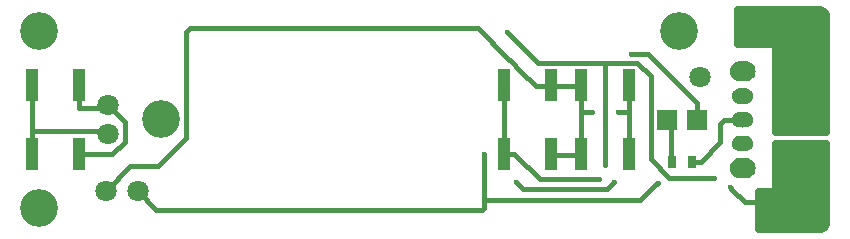
<source format=gbr>
G04 #@! TF.GenerationSoftware,KiCad,Pcbnew,5.1.0-unknown-9e240db~82~ubuntu18.04.1*
G04 #@! TF.CreationDate,2019-04-19T11:16:57+02:00*
G04 #@! TF.ProjectId,VoltMax PWM Board A,566f6c74-4d61-4782-9050-574d20426f61,rev?*
G04 #@! TF.SameCoordinates,Original*
G04 #@! TF.FileFunction,Copper,L1,Top*
G04 #@! TF.FilePolarity,Positive*
%FSLAX46Y46*%
G04 Gerber Fmt 4.6, Leading zero omitted, Abs format (unit mm)*
G04 Created by KiCad (PCBNEW 5.1.0-unknown-9e240db~82~ubuntu18.04.1) date 2019-04-19 11:16:57*
%MOMM*%
%LPD*%
G04 APERTURE LIST*
%ADD10C,0.100000*%
%ADD11C,1.700000*%
%ADD12C,1.300000*%
%ADD13C,4.000000*%
%ADD14C,3.200000*%
%ADD15R,1.800000X1.800000*%
%ADD16C,1.800000*%
%ADD17R,0.670000X1.000000*%
%ADD18R,1.000000X2.800000*%
%ADD19C,0.400000*%
%ADD20C,0.400000*%
%ADD21C,0.500000*%
G04 APERTURE END LIST*
D10*
G36*
X176980000Y-105089000D02*
G01*
X177113000Y-105079000D01*
X177242000Y-105047000D01*
X177365000Y-104996000D01*
X177479000Y-104927000D01*
X177580000Y-104840000D01*
X177667000Y-104739000D01*
X177736000Y-104625000D01*
X177787000Y-104502000D01*
X177819000Y-104373000D01*
X177829000Y-104240000D01*
X177819000Y-104107000D01*
X177787000Y-103978000D01*
X177736000Y-103855000D01*
X177667000Y-103741000D01*
X177580000Y-103640000D01*
X177479000Y-103553000D01*
X177365000Y-103484000D01*
X177242000Y-103433000D01*
X177113000Y-103401000D01*
X176980000Y-103391000D01*
X176480000Y-103391000D01*
X176347000Y-103401000D01*
X176218000Y-103433000D01*
X176095000Y-103484000D01*
X175981000Y-103553000D01*
X175880000Y-103640000D01*
X175793000Y-103741000D01*
X175724000Y-103855000D01*
X175673000Y-103978000D01*
X175641000Y-104107000D01*
X175631000Y-104240000D01*
X175641000Y-104373000D01*
X175673000Y-104502000D01*
X175724000Y-104625000D01*
X175793000Y-104739000D01*
X175880000Y-104840000D01*
X175981000Y-104927000D01*
X176095000Y-104996000D01*
X176218000Y-105047000D01*
X176347000Y-105079000D01*
X176480000Y-105089000D01*
X176980000Y-105089000D01*
G37*
G36*
X176980000Y-96889000D02*
G01*
X177113000Y-96879000D01*
X177242000Y-96847000D01*
X177365000Y-96796000D01*
X177479000Y-96727000D01*
X177580000Y-96640000D01*
X177667000Y-96539000D01*
X177736000Y-96425000D01*
X177787000Y-96302000D01*
X177819000Y-96173000D01*
X177829000Y-96040000D01*
X177819000Y-95907000D01*
X177787000Y-95778000D01*
X177736000Y-95655000D01*
X177667000Y-95541000D01*
X177580000Y-95440000D01*
X177479000Y-95353000D01*
X177365000Y-95284000D01*
X177242000Y-95233000D01*
X177113000Y-95201000D01*
X176980000Y-95191000D01*
X176480000Y-95191000D01*
X176347000Y-95201000D01*
X176218000Y-95233000D01*
X176095000Y-95284000D01*
X175981000Y-95353000D01*
X175880000Y-95440000D01*
X175793000Y-95541000D01*
X175724000Y-95655000D01*
X175673000Y-95778000D01*
X175641000Y-95907000D01*
X175631000Y-96040000D01*
X175641000Y-96173000D01*
X175673000Y-96302000D01*
X175724000Y-96425000D01*
X175793000Y-96539000D01*
X175880000Y-96640000D01*
X175981000Y-96727000D01*
X176095000Y-96796000D01*
X176218000Y-96847000D01*
X176347000Y-96879000D01*
X176480000Y-96889000D01*
X176980000Y-96889000D01*
G37*
G36*
X176980000Y-102789000D02*
G01*
X177082000Y-102781000D01*
X177181000Y-102757000D01*
X177275000Y-102718000D01*
X177361000Y-102665000D01*
X177439000Y-102599000D01*
X177505000Y-102521000D01*
X177558000Y-102435000D01*
X177597000Y-102341000D01*
X177621000Y-102242000D01*
X177629000Y-102140000D01*
X177621000Y-102038000D01*
X177597000Y-101939000D01*
X177558000Y-101845000D01*
X177505000Y-101759000D01*
X177439000Y-101681000D01*
X177361000Y-101615000D01*
X177275000Y-101562000D01*
X177181000Y-101523000D01*
X177082000Y-101499000D01*
X176980000Y-101491000D01*
X176480000Y-101491000D01*
X176378000Y-101499000D01*
X176279000Y-101523000D01*
X176185000Y-101562000D01*
X176099000Y-101615000D01*
X176021000Y-101681000D01*
X175955000Y-101759000D01*
X175902000Y-101845000D01*
X175863000Y-101939000D01*
X175839000Y-102038000D01*
X175831000Y-102140000D01*
X175839000Y-102242000D01*
X175863000Y-102341000D01*
X175902000Y-102435000D01*
X175955000Y-102521000D01*
X176021000Y-102599000D01*
X176099000Y-102665000D01*
X176185000Y-102718000D01*
X176279000Y-102757000D01*
X176378000Y-102781000D01*
X176480000Y-102789000D01*
X176980000Y-102789000D01*
G37*
G36*
X176980000Y-100789000D02*
G01*
X177082000Y-100781000D01*
X177181000Y-100757000D01*
X177275000Y-100718000D01*
X177361000Y-100665000D01*
X177439000Y-100599000D01*
X177505000Y-100521000D01*
X177558000Y-100435000D01*
X177597000Y-100341000D01*
X177621000Y-100242000D01*
X177629000Y-100140000D01*
X177621000Y-100038000D01*
X177597000Y-99939000D01*
X177558000Y-99845000D01*
X177505000Y-99759000D01*
X177439000Y-99681000D01*
X177361000Y-99615000D01*
X177275000Y-99562000D01*
X177181000Y-99523000D01*
X177082000Y-99499000D01*
X176980000Y-99491000D01*
X176480000Y-99491000D01*
X176378000Y-99499000D01*
X176279000Y-99523000D01*
X176185000Y-99562000D01*
X176099000Y-99615000D01*
X176021000Y-99681000D01*
X175955000Y-99759000D01*
X175902000Y-99845000D01*
X175863000Y-99939000D01*
X175839000Y-100038000D01*
X175831000Y-100140000D01*
X175839000Y-100242000D01*
X175863000Y-100341000D01*
X175902000Y-100435000D01*
X175955000Y-100521000D01*
X176021000Y-100599000D01*
X176099000Y-100665000D01*
X176185000Y-100718000D01*
X176279000Y-100757000D01*
X176378000Y-100781000D01*
X176480000Y-100789000D01*
X176980000Y-100789000D01*
G37*
G36*
X176980000Y-98789000D02*
G01*
X177082000Y-98781000D01*
X177181000Y-98757000D01*
X177275000Y-98718000D01*
X177361000Y-98665000D01*
X177439000Y-98599000D01*
X177505000Y-98521000D01*
X177558000Y-98435000D01*
X177597000Y-98341000D01*
X177621000Y-98242000D01*
X177629000Y-98140000D01*
X177621000Y-98038000D01*
X177597000Y-97939000D01*
X177558000Y-97845000D01*
X177505000Y-97759000D01*
X177439000Y-97681000D01*
X177361000Y-97615000D01*
X177275000Y-97562000D01*
X177181000Y-97523000D01*
X177082000Y-97499000D01*
X176980000Y-97491000D01*
X176480000Y-97491000D01*
X176378000Y-97499000D01*
X176279000Y-97523000D01*
X176185000Y-97562000D01*
X176099000Y-97615000D01*
X176021000Y-97681000D01*
X175955000Y-97759000D01*
X175902000Y-97845000D01*
X175863000Y-97939000D01*
X175839000Y-98038000D01*
X175831000Y-98140000D01*
X175839000Y-98242000D01*
X175863000Y-98341000D01*
X175902000Y-98435000D01*
X175955000Y-98521000D01*
X176021000Y-98599000D01*
X176099000Y-98665000D01*
X176185000Y-98718000D01*
X176279000Y-98757000D01*
X176378000Y-98781000D01*
X176480000Y-98789000D01*
X176980000Y-98789000D01*
G37*
D11*
X176730000Y-104240000D03*
X176730000Y-96040000D03*
D12*
X176730000Y-102140000D03*
X176730000Y-100140000D03*
X176730000Y-98140000D03*
D13*
X181600000Y-93090000D03*
X181600000Y-107220000D03*
D14*
X117169000Y-107644000D03*
X117169000Y-92643600D03*
X171309000Y-92643600D03*
X127515000Y-100115000D03*
D15*
X170340000Y-100144000D03*
X172880000Y-100144000D03*
D16*
X173100000Y-96500000D03*
X123000000Y-101400000D03*
X122980000Y-98910000D03*
D17*
X172475000Y-103700000D03*
X170725000Y-103700000D03*
D16*
X122800000Y-106200000D03*
X125500000Y-106200000D03*
D18*
X120523000Y-97244000D03*
X120523000Y-103044000D03*
X116523000Y-97244000D03*
X116523000Y-103044000D03*
X160510000Y-97250000D03*
X160510000Y-103050000D03*
X156510000Y-97250000D03*
X156510000Y-103050000D03*
X167070000Y-97250000D03*
X167070000Y-103050000D03*
X163070000Y-97250000D03*
X163070000Y-103050000D03*
D19*
X166200000Y-99500000D03*
X167316200Y-94592000D03*
X161571400Y-103161200D03*
X179500000Y-109200000D03*
X178100000Y-109200000D03*
X178800000Y-109200000D03*
X178800000Y-108500000D03*
X178100000Y-108500000D03*
X178100000Y-107800000D03*
X178800000Y-107800000D03*
X178100000Y-107100000D03*
X178800000Y-107100000D03*
X178800000Y-106400000D03*
X183800000Y-105000000D03*
X179600000Y-105000000D03*
X179600000Y-104300000D03*
X180300000Y-104300000D03*
X183800000Y-104300000D03*
X183100000Y-104300000D03*
X181700000Y-104300000D03*
X181000000Y-104300000D03*
X182400000Y-104300000D03*
X183100000Y-103600000D03*
X181000000Y-103600000D03*
X181700000Y-103600000D03*
X182400000Y-103600000D03*
X183800000Y-103600000D03*
X182400000Y-102900000D03*
X181000000Y-102900000D03*
X183800000Y-102900000D03*
X181700000Y-102900000D03*
X183100000Y-102900000D03*
X183800000Y-102200000D03*
X183100000Y-102200000D03*
X182400000Y-102200000D03*
X181700000Y-102200000D03*
X181000000Y-102200000D03*
X178100000Y-106400000D03*
X175634150Y-105865850D03*
X157100004Y-95199996D03*
X164000000Y-99500000D03*
X164599982Y-105199979D03*
X179600000Y-95400000D03*
X183800000Y-95400000D03*
X183800000Y-96100000D03*
X183100000Y-96100000D03*
X182400000Y-96100000D03*
X183100000Y-96800000D03*
X182400000Y-96800000D03*
X183800000Y-96800000D03*
X183100000Y-97500000D03*
X183800000Y-97500000D03*
X182400000Y-97500000D03*
X182400000Y-98200000D03*
X182400000Y-98900000D03*
X183800000Y-98200000D03*
X183800000Y-100300000D03*
X183800000Y-99600000D03*
X183800000Y-98900000D03*
X183800000Y-101000000D03*
X180300000Y-101000000D03*
X183100000Y-100300000D03*
X181000000Y-101000000D03*
X182400000Y-100300000D03*
X181000000Y-100300000D03*
X181700000Y-99600000D03*
X183100000Y-101000000D03*
X183100000Y-98200000D03*
X181700000Y-100300000D03*
X181000000Y-99600000D03*
X179600000Y-99600000D03*
X179600000Y-101000000D03*
X182400000Y-101000000D03*
X180300000Y-100300000D03*
X182400000Y-99600000D03*
X180300000Y-99600000D03*
X179600000Y-100300000D03*
X183100000Y-99600000D03*
X183100000Y-98900000D03*
X181700000Y-101000000D03*
X180300000Y-96800000D03*
X181700000Y-98900000D03*
X181700000Y-96800000D03*
X180300000Y-97500000D03*
X181000000Y-98900000D03*
X181700000Y-97500000D03*
X181700000Y-96100000D03*
X180300000Y-98900000D03*
X181000000Y-96800000D03*
X181000000Y-96100000D03*
X179600000Y-97500000D03*
X179600000Y-98900000D03*
X181000000Y-97500000D03*
X181700000Y-98200000D03*
X179600000Y-96100000D03*
X180300000Y-96100000D03*
X179600000Y-96800000D03*
X179600000Y-98200000D03*
X180300000Y-98200000D03*
X181000000Y-98200000D03*
X178400000Y-93700000D03*
X176400000Y-93700000D03*
X177100000Y-93700000D03*
X177750000Y-93700000D03*
X177100000Y-93000000D03*
X178400000Y-93000000D03*
X176400000Y-93000000D03*
X177750000Y-93000000D03*
X177100000Y-92300000D03*
X178400000Y-92300000D03*
X177750000Y-92300000D03*
X176400000Y-92300000D03*
X178400000Y-91600000D03*
X177750000Y-91600000D03*
X177100000Y-91600000D03*
X179100000Y-90900000D03*
X178400000Y-90900000D03*
X176400000Y-91600000D03*
X177750000Y-90900000D03*
X177100000Y-90900000D03*
X176400000Y-90900000D03*
X165801800Y-105446000D03*
X157500000Y-105400000D03*
X156782600Y-92702700D03*
X174300001Y-105064490D03*
X165100000Y-104000000D03*
X169532000Y-105488900D03*
X154860500Y-103049700D03*
D20*
X167070000Y-99875500D02*
X167070000Y-99150300D01*
X167070000Y-103050000D02*
X167070000Y-99875500D01*
X167070000Y-97250000D02*
X167070000Y-99150300D01*
X167070000Y-99875500D02*
X167070000Y-99530000D01*
X167040000Y-99500000D02*
X166200000Y-99500000D01*
X172880000Y-100144000D02*
X172880000Y-98743700D01*
X172880000Y-98743700D02*
X168728300Y-94592000D01*
X168728300Y-94592000D02*
X167316200Y-94592000D01*
X160510000Y-97250000D02*
X160510000Y-96925200D01*
X163070000Y-97590700D02*
X163070000Y-97931400D01*
X163070000Y-97250000D02*
X163070000Y-97590700D01*
X177982900Y-107129200D02*
X176897500Y-107129200D01*
X176897500Y-107129200D02*
X175834149Y-106065849D01*
X175834149Y-106065849D02*
X175634150Y-105865850D01*
X163070000Y-97250000D02*
X163070000Y-99124000D01*
X164000000Y-99500000D02*
X163200000Y-99500000D01*
X163070000Y-99124000D02*
X163070000Y-99370000D01*
X163200000Y-99500000D02*
X163070000Y-99370000D01*
X163070000Y-99370000D02*
X163070000Y-103050000D01*
X160884800Y-97300000D02*
X160510000Y-96925200D01*
X163070000Y-97590700D02*
X162779300Y-97300000D01*
X162779300Y-97300000D02*
X160884800Y-97300000D01*
X160621200Y-103161200D02*
X160510000Y-103050000D01*
X161571400Y-103161200D02*
X160621200Y-103161200D01*
X162958800Y-103161200D02*
X161571400Y-103161200D01*
X163070000Y-103050000D02*
X162958800Y-103161200D01*
X157900000Y-95999992D02*
X157100004Y-95199996D01*
X160684800Y-97300000D02*
X159200008Y-97300000D01*
X159200008Y-97300000D02*
X157900000Y-95999992D01*
X156900005Y-94999997D02*
X157100004Y-95199996D01*
X154286598Y-92386590D02*
X156900005Y-94999997D01*
X124900000Y-104100000D02*
X127200000Y-104100000D01*
X122800000Y-106200000D02*
X124900000Y-104100000D01*
X127200000Y-104100000D02*
X129623090Y-101676910D01*
X129623090Y-101676910D02*
X129623090Y-92723424D01*
X129623090Y-92723424D02*
X129959924Y-92386590D01*
X129959924Y-92386590D02*
X154286598Y-92386590D01*
X156510000Y-97250000D02*
X156510000Y-99150300D01*
X156510000Y-103050000D02*
X156510000Y-101149700D01*
X156510000Y-101149700D02*
X156510000Y-99150300D01*
X156510000Y-103050000D02*
X157410000Y-103050000D01*
X159559979Y-105199979D02*
X164317140Y-105199979D01*
X157410000Y-103050000D02*
X159559979Y-105199979D01*
X164317140Y-105199979D02*
X164599982Y-105199979D01*
X174800000Y-100500000D02*
X175160000Y-100140000D01*
X172475000Y-103700000D02*
X173170000Y-103700000D01*
X175160000Y-100140000D02*
X176730000Y-100140000D01*
X174800000Y-102070000D02*
X174800000Y-100500000D01*
X173170000Y-103700000D02*
X174800000Y-102070000D01*
X170700000Y-103675000D02*
X170700000Y-100829300D01*
X170725000Y-103700000D02*
X170700000Y-103675000D01*
X157699999Y-105599999D02*
X157500000Y-105400000D01*
X158143400Y-106043400D02*
X157699999Y-105599999D01*
X165801800Y-105446000D02*
X165204400Y-106043400D01*
X165204400Y-106043400D02*
X158143400Y-106043400D01*
X165124000Y-95327000D02*
X167801700Y-95327000D01*
X174017159Y-105064490D02*
X174300001Y-105064490D01*
X168939700Y-96465000D02*
X168939700Y-103471700D01*
X167801700Y-95327000D02*
X168939700Y-96465000D01*
X168939700Y-103471700D02*
X170532490Y-105064490D01*
X170532490Y-105064490D02*
X174017159Y-105064490D01*
X159406900Y-95327000D02*
X156782600Y-92702700D01*
X165124000Y-95327000D02*
X159406900Y-95327000D01*
X165100000Y-103717158D02*
X165100000Y-104000000D01*
X165100000Y-95351000D02*
X165100000Y-103717158D01*
X165124000Y-95327000D02*
X165100000Y-95351000D01*
X154860500Y-106752400D02*
X154860500Y-103049700D01*
X154860500Y-107639500D02*
X154860500Y-106752400D01*
X154703390Y-107796610D02*
X154860500Y-107639500D01*
X125500000Y-106200000D02*
X127096610Y-107796610D01*
X127096610Y-107796610D02*
X154703390Y-107796610D01*
X169332001Y-105688899D02*
X169532000Y-105488900D01*
X154860500Y-106939500D02*
X168081400Y-106939500D01*
X168081400Y-106939500D02*
X169332001Y-105688899D01*
X120523000Y-103044000D02*
X123369700Y-103044000D01*
X123369700Y-103044000D02*
X124415100Y-101998600D01*
X124415100Y-101998600D02*
X124415100Y-100345100D01*
X124415100Y-100345100D02*
X122980000Y-98910000D01*
X120523000Y-99144300D02*
X122745700Y-99144300D01*
X122745700Y-99144300D02*
X122980000Y-98910000D01*
X120523000Y-97244000D02*
X120523000Y-99144300D01*
X116523000Y-97244000D02*
X116523000Y-101143700D01*
X116523000Y-103044000D02*
X116523000Y-101143700D01*
X116523000Y-101143700D02*
X122743700Y-101143700D01*
X122743700Y-101143700D02*
X123000000Y-101400000D01*
D21*
G36*
X183271097Y-90786278D02*
G01*
X183415306Y-90829798D01*
X183548321Y-90900502D01*
X183665061Y-90995689D01*
X183761095Y-91111745D01*
X183832758Y-91244245D01*
X183877319Y-91388135D01*
X183896101Y-91566618D01*
X183896100Y-101250000D01*
X179450000Y-101250000D01*
X179450000Y-94100000D01*
X179445196Y-94051227D01*
X179430970Y-94004329D01*
X179407867Y-93961107D01*
X179376777Y-93923223D01*
X179338893Y-93892133D01*
X179295671Y-93869030D01*
X179248773Y-93854804D01*
X179200000Y-93850000D01*
X176239151Y-93850000D01*
X176259423Y-90768600D01*
X183090577Y-90768600D01*
X183271097Y-90786278D01*
X183271097Y-90786278D01*
G37*
X183271097Y-90786278D02*
X183415306Y-90829798D01*
X183548321Y-90900502D01*
X183665061Y-90995689D01*
X183761095Y-91111745D01*
X183832758Y-91244245D01*
X183877319Y-91388135D01*
X183896101Y-91566618D01*
X183896100Y-101250000D01*
X179450000Y-101250000D01*
X179450000Y-94100000D01*
X179445196Y-94051227D01*
X179430970Y-94004329D01*
X179407867Y-93961107D01*
X179376777Y-93923223D01*
X179338893Y-93892133D01*
X179295671Y-93869030D01*
X179248773Y-93854804D01*
X179200000Y-93850000D01*
X176239151Y-93850000D01*
X176259423Y-90768600D01*
X183090577Y-90768600D01*
X183271097Y-90786278D01*
G36*
X183896100Y-106324303D02*
G01*
X183896101Y-106324313D01*
X183896100Y-108713066D01*
X183878421Y-108893595D01*
X183834901Y-109037805D01*
X183764199Y-109170817D01*
X183669009Y-109287561D01*
X183552954Y-109383594D01*
X183420452Y-109455259D01*
X183276565Y-109499819D01*
X183098091Y-109518600D01*
X178050000Y-109518600D01*
X178050000Y-106150000D01*
X179200000Y-106150000D01*
X179248773Y-106145196D01*
X179295671Y-106130970D01*
X179338893Y-106107867D01*
X179376777Y-106076777D01*
X179407867Y-106038893D01*
X179430970Y-105995671D01*
X179445196Y-105948773D01*
X179450000Y-105900000D01*
X179450000Y-102150000D01*
X183896100Y-102150000D01*
X183896100Y-106324303D01*
X183896100Y-106324303D01*
G37*
X183896100Y-106324303D02*
X183896101Y-106324313D01*
X183896100Y-108713066D01*
X183878421Y-108893595D01*
X183834901Y-109037805D01*
X183764199Y-109170817D01*
X183669009Y-109287561D01*
X183552954Y-109383594D01*
X183420452Y-109455259D01*
X183276565Y-109499819D01*
X183098091Y-109518600D01*
X178050000Y-109518600D01*
X178050000Y-106150000D01*
X179200000Y-106150000D01*
X179248773Y-106145196D01*
X179295671Y-106130970D01*
X179338893Y-106107867D01*
X179376777Y-106076777D01*
X179407867Y-106038893D01*
X179430970Y-105995671D01*
X179445196Y-105948773D01*
X179450000Y-105900000D01*
X179450000Y-102150000D01*
X183896100Y-102150000D01*
X183896100Y-106324303D01*
M02*

</source>
